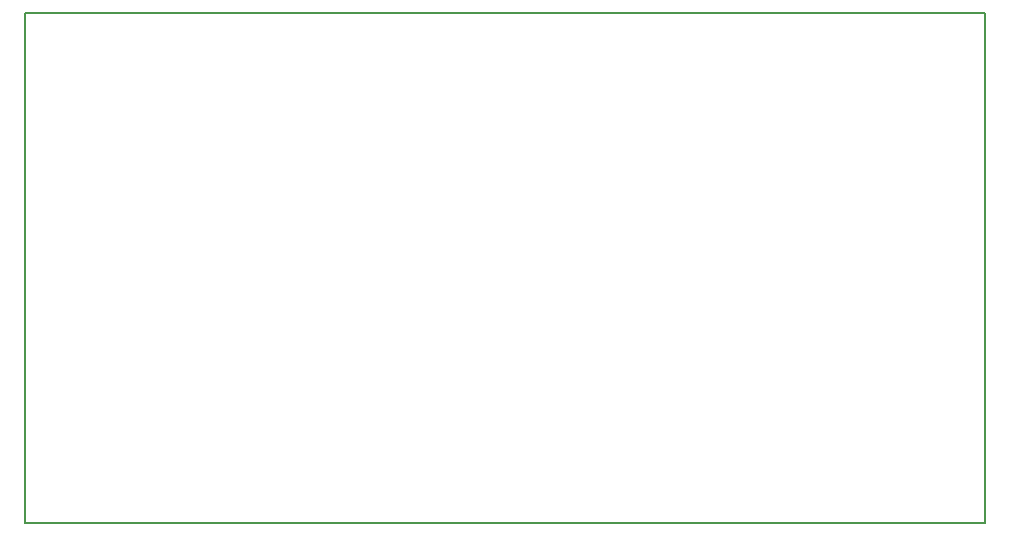
<source format=gbr>
%FSLAX46Y46*%
G04 Gerber Fmt 4.6, Leading zero omitted, Abs format (unit mm)*
G04 Created by KiCad (PCBNEW (2014-07-02 BZR 4969)-product) date sáb 05 jul 2014 16:40:05 ART*
%MOMM*%
G01*
G04 APERTURE LIST*
%ADD10C,0.100000*%
%ADD11C,0.150000*%
G04 APERTURE END LIST*
D10*
D11*
X179069999Y-102869999D02*
X97789999Y-102869999D01*
X179069999Y-146049999D02*
X179069999Y-102869999D01*
X97789999Y-146049999D02*
X179069999Y-146049999D01*
X97789999Y-102869999D02*
X97789999Y-146049999D01*
M02*

</source>
